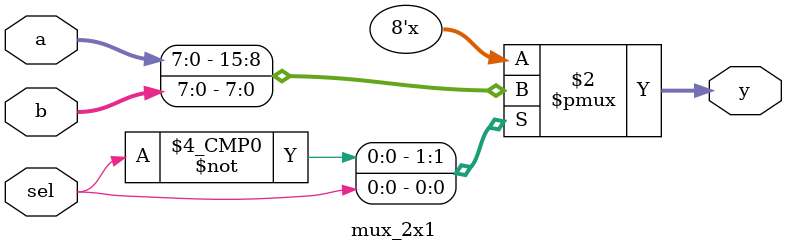
<source format=v>
`timescale 1ns / 1ps

module mux_2x1(
    input [7:0] a, 
    input [7:0] b, 
    input sel,
    output reg [7:0] y
    );
    
    always @ (a, b, sel)
    begin
        case(sel)
            1'b0: y = a; // when sel = 0, output a
            1'b1: y = b; // when sel = 1, output b
        endcase
    end
endmodule
</source>
